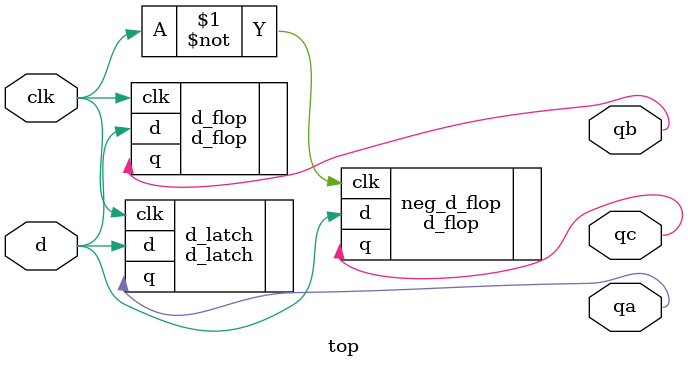
<source format=v>
module top (
    input clk, d,
    output qa, qb, qc
);

    // gated latch
    d_latch d_latch(
        .clk(clk),
        .d(d),
        .q(qa)
    );

    // positive-edge triggered d flip-flop
     d_flop d_flop(
        .clk(clk),
        .d(d),
        .q(qb)
    );

    // negative-edge triggered d flip_flop
    d_flop neg_d_flop(
        .clk(~clk),
        .d(d),
        .q(qc)
    );

endmodule

</source>
